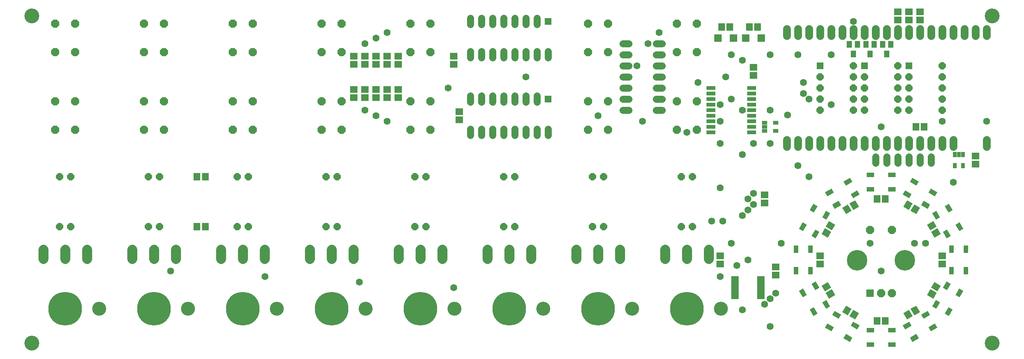
<source format=gbr>
G04 EAGLE Gerber RS-274X export*
G75*
%MOMM*%
%FSLAX34Y34*%
%LPD*%
%INSoldermask Top*%
%IPPOS*%
%AMOC8*
5,1,8,0,0,1.08239X$1,22.5*%
G01*
%ADD10C,3.403200*%
%ADD11R,1.503200X1.703200*%
%ADD12R,1.703200X1.703200*%
%ADD13P,1.759533X8X22.500000*%
%ADD14P,1.759533X8X202.500000*%
%ADD15R,1.625600X1.625600*%
%ADD16R,1.703200X1.503200*%
%ADD17C,2.303200*%
%ADD18C,7.703200*%
%ADD19C,3.203200*%
%ADD20P,1.979475X8X292.500000*%
%ADD21P,1.979475X8X112.500000*%
%ADD22R,1.812800X1.812800*%
%ADD23P,1.962157X8X22.500000*%
%ADD24C,4.703200*%
%ADD25R,1.203200X1.603200*%
%ADD26C,1.625600*%
%ADD27R,0.893200X1.193200*%
%ADD28R,2.053200X0.853200*%
%ADD29R,1.678200X0.653200*%
%ADD30C,1.812800*%
%ADD31R,1.193200X0.893200*%
%ADD32R,1.103200X1.703200*%
%ADD33R,1.703200X1.103200*%
%ADD34C,1.603200*%


D10*
X38100Y38100D03*
X38100Y787400D03*
X2235200Y787400D03*
X2235200Y38100D03*
D11*
X434950Y419100D03*
X415950Y419100D03*
X434950Y304800D03*
X415950Y304800D03*
D12*
X1643100Y736600D03*
X1608100Y736600D03*
D13*
X101600Y304800D03*
X127000Y304800D03*
X304800Y304800D03*
X330200Y304800D03*
X508000Y304800D03*
X533400Y304800D03*
X711200Y304800D03*
X736600Y304800D03*
X914400Y304800D03*
X939800Y304800D03*
X1117600Y304800D03*
X1143000Y304800D03*
X1320800Y304800D03*
X1346200Y304800D03*
X1524000Y304800D03*
X1549400Y304800D03*
X101600Y419100D03*
X127000Y419100D03*
X304800Y419100D03*
X330200Y419100D03*
X508000Y419100D03*
X533400Y419100D03*
X711200Y419100D03*
X736600Y419100D03*
X914400Y419100D03*
X939800Y419100D03*
X1117600Y419100D03*
X1143000Y419100D03*
X1320800Y419100D03*
X1346200Y419100D03*
D14*
X1549400Y419100D03*
X1524000Y419100D03*
D15*
X2044700Y673100D03*
D13*
X2044700Y647700D03*
X2044700Y622300D03*
X2044700Y596900D03*
X2044700Y571500D03*
X2120900Y571500D03*
X2120900Y596900D03*
X2120900Y622300D03*
X2120900Y647700D03*
X2120900Y673100D03*
D15*
X1943100Y673100D03*
D13*
X1943100Y647700D03*
X1943100Y622300D03*
X1943100Y596900D03*
X1943100Y571500D03*
X2019300Y571500D03*
X2019300Y596900D03*
X2019300Y622300D03*
X2019300Y647700D03*
X2019300Y673100D03*
D15*
X1841500Y673100D03*
D13*
X1841500Y647700D03*
X1841500Y622300D03*
X1841500Y596900D03*
X1841500Y571500D03*
X1917700Y571500D03*
X1917700Y596900D03*
X1917700Y622300D03*
X1917700Y647700D03*
X1917700Y673100D03*
D16*
X2070100Y777900D03*
X2070100Y796900D03*
D17*
X164300Y251800D02*
X164300Y230800D01*
X114300Y230800D02*
X114300Y251800D01*
X64300Y251800D02*
X64300Y230800D01*
D18*
X114300Y116300D03*
D19*
X192300Y116300D03*
D16*
X2044700Y777900D03*
X2044700Y796900D03*
X2019300Y777900D03*
X2019300Y796900D03*
D11*
X1616100Y762000D03*
X1635100Y762000D03*
D20*
X136906Y769112D03*
X136906Y704088D03*
X91694Y769112D03*
X91694Y704088D03*
X949706Y591312D03*
X949706Y526288D03*
X904494Y591312D03*
X904494Y526288D03*
X1356106Y769112D03*
X1356106Y704088D03*
X1310894Y769112D03*
X1310894Y704088D03*
D21*
X1514094Y526288D03*
X1514094Y591312D03*
X1559306Y526288D03*
X1559306Y591312D03*
X1514094Y704088D03*
X1514094Y769112D03*
X1559306Y704088D03*
X1559306Y769112D03*
X1310894Y526288D03*
X1310894Y591312D03*
X1356106Y526288D03*
X1356106Y591312D03*
D22*
X1955800Y152400D03*
D23*
X2005800Y152400D03*
X1980800Y152400D03*
X1955800Y297400D03*
X2005800Y297400D03*
D24*
X1925800Y227400D03*
X2035800Y227400D03*
D20*
X340106Y769112D03*
X340106Y704088D03*
X294894Y769112D03*
X294894Y704088D03*
X543306Y769112D03*
X543306Y704088D03*
X498094Y769112D03*
X498094Y704088D03*
X746506Y769112D03*
X746506Y704088D03*
X701294Y769112D03*
X701294Y704088D03*
X949706Y769112D03*
X949706Y704088D03*
X904494Y769112D03*
X904494Y704088D03*
X136906Y591312D03*
X136906Y526288D03*
X91694Y591312D03*
X91694Y526288D03*
X340106Y591312D03*
X340106Y526288D03*
X294894Y591312D03*
X294894Y526288D03*
X543306Y591312D03*
X543306Y526288D03*
X498094Y591312D03*
X498094Y526288D03*
X746506Y591312D03*
X746506Y526288D03*
X701294Y591312D03*
X701294Y526288D03*
D25*
X2003400Y722200D03*
X1984400Y722200D03*
X1993900Y700200D03*
X1965300Y722200D03*
X1946300Y722200D03*
X1955800Y700200D03*
X1927200Y722200D03*
X1908200Y722200D03*
X1917700Y700200D03*
D26*
X2095500Y464312D02*
X2095500Y450088D01*
X2070100Y450088D02*
X2070100Y464312D01*
X2044700Y464312D02*
X2044700Y450088D01*
X2019300Y450088D02*
X2019300Y464312D01*
X1993900Y464312D02*
X1993900Y450088D01*
X1968500Y450088D02*
X1968500Y464312D01*
D17*
X367500Y251800D02*
X367500Y230800D01*
X317500Y230800D02*
X317500Y251800D01*
X267500Y251800D02*
X267500Y230800D01*
D18*
X317500Y116300D03*
D19*
X395500Y116300D03*
D17*
X570700Y230800D02*
X570700Y251800D01*
X520700Y251800D02*
X520700Y230800D01*
X470700Y230800D02*
X470700Y251800D01*
D18*
X520700Y116300D03*
D19*
X598700Y116300D03*
D17*
X773900Y230800D02*
X773900Y251800D01*
X723900Y251800D02*
X723900Y230800D01*
X673900Y230800D02*
X673900Y251800D01*
D18*
X723900Y116300D03*
D19*
X801900Y116300D03*
D17*
X977100Y230800D02*
X977100Y251800D01*
X927100Y251800D02*
X927100Y230800D01*
X877100Y230800D02*
X877100Y251800D01*
D18*
X927100Y116300D03*
D19*
X1005100Y116300D03*
D17*
X1180300Y230800D02*
X1180300Y251800D01*
X1130300Y251800D02*
X1130300Y230800D01*
X1080300Y230800D02*
X1080300Y251800D01*
D18*
X1130300Y116300D03*
D19*
X1208300Y116300D03*
D17*
X1383500Y230800D02*
X1383500Y251800D01*
X1333500Y251800D02*
X1333500Y230800D01*
X1283500Y230800D02*
X1283500Y251800D01*
D18*
X1333500Y116300D03*
D19*
X1411500Y116300D03*
D17*
X1586700Y230800D02*
X1586700Y251800D01*
X1536700Y251800D02*
X1536700Y230800D01*
X1486700Y230800D02*
X1486700Y251800D01*
D18*
X1536700Y116300D03*
D19*
X1614700Y116300D03*
D27*
X2168500Y470100D03*
X2159000Y470100D03*
X2149500Y470100D03*
X2149500Y444200D03*
X2168500Y444200D03*
D28*
X1685050Y520700D03*
X1685050Y533400D03*
X1685050Y546100D03*
X1685050Y558800D03*
X1685050Y571500D03*
X1685050Y584200D03*
X1685050Y596900D03*
X1685050Y609600D03*
X1685050Y622300D03*
X1591550Y622300D03*
X1591550Y609600D03*
X1591550Y596900D03*
X1591550Y584200D03*
X1591550Y571500D03*
X1591550Y558800D03*
X1591550Y546100D03*
X1591550Y533400D03*
X1591550Y520700D03*
D16*
X1689100Y669900D03*
X1689100Y650900D03*
D12*
X1671600Y736600D03*
X1706600Y736600D03*
D11*
X1698600Y762000D03*
X1679600Y762000D03*
D29*
X1647020Y187850D03*
X1647020Y181350D03*
X1647020Y174850D03*
X1647020Y168350D03*
X1647020Y161850D03*
X1647020Y155350D03*
X1647020Y148850D03*
X1647020Y142350D03*
X1705780Y142350D03*
X1705780Y148850D03*
X1705780Y155350D03*
X1705780Y161850D03*
X1705780Y168350D03*
X1705780Y174850D03*
X1705780Y181350D03*
X1705780Y187850D03*
D16*
X1739900Y193700D03*
X1739900Y212700D03*
X1612900Y238100D03*
X1612900Y219100D03*
X2197100Y447700D03*
X2197100Y466700D03*
D30*
X1765300Y741252D02*
X1765300Y757348D01*
X1790700Y757348D02*
X1790700Y741252D01*
X1816100Y741252D02*
X1816100Y757348D01*
X1841500Y757348D02*
X1841500Y741252D01*
X1866900Y741252D02*
X1866900Y757348D01*
X1892300Y757348D02*
X1892300Y741252D01*
X1917700Y741252D02*
X1917700Y757348D01*
X1943100Y757348D02*
X1943100Y741252D01*
X1968500Y741252D02*
X1968500Y757348D01*
X1993900Y757348D02*
X1993900Y741252D01*
X2019300Y741252D02*
X2019300Y757348D01*
X2044700Y757348D02*
X2044700Y741252D01*
X2070100Y741252D02*
X2070100Y757348D01*
X2095500Y757348D02*
X2095500Y741252D01*
X2120900Y741252D02*
X2120900Y757348D01*
X2146300Y757348D02*
X2146300Y741252D01*
X2171700Y741252D02*
X2171700Y757348D01*
X2197100Y757348D02*
X2197100Y741252D01*
X2222500Y741252D02*
X2222500Y757348D01*
X1765300Y503348D02*
X1765300Y487252D01*
X1790700Y487252D02*
X1790700Y503348D01*
X1816100Y503348D02*
X1816100Y487252D01*
X1841500Y487252D02*
X1841500Y503348D01*
X1866900Y503348D02*
X1866900Y487252D01*
X1892300Y487252D02*
X1892300Y503348D01*
X1917700Y503348D02*
X1917700Y487252D01*
X1943100Y487252D02*
X1943100Y503348D01*
X1968500Y503348D02*
X1968500Y487252D01*
X1993900Y487252D02*
X1993900Y503348D01*
X2019300Y503348D02*
X2019300Y487252D01*
X2044700Y487252D02*
X2044700Y503348D01*
X2070100Y503348D02*
X2070100Y487252D01*
X2095500Y487252D02*
X2095500Y503348D01*
X2120900Y503348D02*
X2120900Y487252D01*
X2146300Y487252D02*
X2146300Y503348D01*
X2222500Y503348D02*
X2222500Y487252D01*
D31*
X1714300Y542900D03*
X1714300Y533400D03*
X1714300Y523900D03*
X1740200Y523900D03*
X1740200Y542900D03*
D11*
X2079600Y533400D03*
X2060600Y533400D03*
D16*
X1714500Y358800D03*
X1714500Y377800D03*
D32*
X2142500Y204100D03*
X2175500Y204100D03*
X2175500Y253100D03*
X2142500Y253100D03*
D33*
G36*
X2116095Y131349D02*
X2107579Y116599D01*
X2098027Y122115D01*
X2106543Y136865D01*
X2116095Y131349D01*
G37*
G36*
X2144673Y114849D02*
X2136157Y100099D01*
X2126605Y105615D01*
X2135121Y120365D01*
X2144673Y114849D01*
G37*
G36*
X2169173Y157285D02*
X2160657Y142535D01*
X2151105Y148051D01*
X2159621Y162801D01*
X2169173Y157285D01*
G37*
G36*
X2140595Y173785D02*
X2132079Y159035D01*
X2122527Y164551D01*
X2131043Y179301D01*
X2140595Y173785D01*
G37*
G36*
X2050765Y77721D02*
X2036015Y69205D01*
X2030499Y78757D01*
X2045249Y87273D01*
X2050765Y77721D01*
G37*
G36*
X2067265Y49143D02*
X2052515Y40627D01*
X2046999Y50179D01*
X2061749Y58695D01*
X2067265Y49143D01*
G37*
G36*
X2109701Y73643D02*
X2094951Y65127D01*
X2089435Y74679D01*
X2104185Y83195D01*
X2109701Y73643D01*
G37*
G36*
X2093201Y102221D02*
X2078451Y93705D01*
X2072935Y103257D01*
X2087685Y111773D01*
X2093201Y102221D01*
G37*
X1956700Y67300D03*
X1956700Y34300D03*
X2005700Y34300D03*
X2005700Y67300D03*
G36*
X1883949Y93705D02*
X1869199Y102221D01*
X1874715Y111773D01*
X1889465Y103257D01*
X1883949Y93705D01*
G37*
G36*
X1867449Y65127D02*
X1852699Y73643D01*
X1858215Y83195D01*
X1872965Y74679D01*
X1867449Y65127D01*
G37*
G36*
X1909885Y40627D02*
X1895135Y49143D01*
X1900651Y58695D01*
X1915401Y50179D01*
X1909885Y40627D01*
G37*
G36*
X1926385Y69205D02*
X1911635Y77721D01*
X1917151Y87273D01*
X1931901Y78757D01*
X1926385Y69205D01*
G37*
G36*
X1830321Y159035D02*
X1821805Y173785D01*
X1831357Y179301D01*
X1839873Y164551D01*
X1830321Y159035D01*
G37*
G36*
X1801743Y142535D02*
X1793227Y157285D01*
X1802779Y162801D01*
X1811295Y148051D01*
X1801743Y142535D01*
G37*
G36*
X1826243Y100099D02*
X1817727Y114849D01*
X1827279Y120365D01*
X1835795Y105615D01*
X1826243Y100099D01*
G37*
G36*
X1854821Y116599D02*
X1846305Y131349D01*
X1855857Y136865D01*
X1864373Y122115D01*
X1854821Y116599D01*
G37*
D32*
X1819900Y253100D03*
X1786900Y253100D03*
X1786900Y204100D03*
X1819900Y204100D03*
D33*
G36*
X1846305Y325851D02*
X1854821Y340601D01*
X1864373Y335085D01*
X1855857Y320335D01*
X1846305Y325851D01*
G37*
G36*
X1817727Y342351D02*
X1826243Y357101D01*
X1835795Y351585D01*
X1827279Y336835D01*
X1817727Y342351D01*
G37*
G36*
X1793227Y299915D02*
X1801743Y314665D01*
X1811295Y309149D01*
X1802779Y294399D01*
X1793227Y299915D01*
G37*
G36*
X1821805Y283415D02*
X1830321Y298165D01*
X1839873Y292649D01*
X1831357Y277899D01*
X1821805Y283415D01*
G37*
G36*
X1911635Y379479D02*
X1926385Y387995D01*
X1931901Y378443D01*
X1917151Y369927D01*
X1911635Y379479D01*
G37*
G36*
X1895135Y408057D02*
X1909885Y416573D01*
X1915401Y407021D01*
X1900651Y398505D01*
X1895135Y408057D01*
G37*
G36*
X1852699Y383557D02*
X1867449Y392073D01*
X1872965Y382521D01*
X1858215Y374005D01*
X1852699Y383557D01*
G37*
G36*
X1869199Y354979D02*
X1883949Y363495D01*
X1889465Y353943D01*
X1874715Y345427D01*
X1869199Y354979D01*
G37*
X2005700Y389900D03*
X2005700Y422900D03*
X1956700Y422900D03*
X1956700Y389900D03*
G36*
X2078451Y363495D02*
X2093201Y354979D01*
X2087685Y345427D01*
X2072935Y353943D01*
X2078451Y363495D01*
G37*
G36*
X2094951Y392073D02*
X2109701Y383557D01*
X2104185Y374005D01*
X2089435Y382521D01*
X2094951Y392073D01*
G37*
G36*
X2052515Y416573D02*
X2067265Y408057D01*
X2061749Y398505D01*
X2046999Y407021D01*
X2052515Y416573D01*
G37*
G36*
X2036015Y387995D02*
X2050765Y379479D01*
X2045249Y369927D01*
X2030499Y378443D01*
X2036015Y387995D01*
G37*
G36*
X2132079Y298165D02*
X2140595Y283415D01*
X2131043Y277899D01*
X2122527Y292649D01*
X2132079Y298165D01*
G37*
G36*
X2160657Y314665D02*
X2169173Y299915D01*
X2159621Y294399D01*
X2151105Y309149D01*
X2160657Y314665D01*
G37*
G36*
X2136157Y357101D02*
X2144673Y342351D01*
X2135121Y336835D01*
X2126605Y351585D01*
X2136157Y357101D01*
G37*
G36*
X2107579Y340601D02*
X2116095Y325851D01*
X2106543Y320335D01*
X2098027Y335085D01*
X2107579Y340601D01*
G37*
D11*
G36*
X1908810Y357617D02*
X1921828Y365133D01*
X1930344Y350383D01*
X1917326Y342867D01*
X1908810Y357617D01*
G37*
G36*
X1892356Y348117D02*
X1905374Y355633D01*
X1913890Y340883D01*
X1900872Y333367D01*
X1892356Y348117D01*
G37*
X1990700Y368300D03*
X1971700Y368300D03*
G36*
X2057026Y355633D02*
X2070044Y348117D01*
X2061528Y333367D01*
X2048510Y340883D01*
X2057026Y355633D01*
G37*
G36*
X2040572Y365133D02*
X2053590Y357617D01*
X2045074Y342867D01*
X2032056Y350383D01*
X2040572Y365133D01*
G37*
G36*
X2110217Y300990D02*
X2117733Y287972D01*
X2102983Y279456D01*
X2095467Y292474D01*
X2110217Y300990D01*
G37*
G36*
X2100717Y317444D02*
X2108233Y304426D01*
X2093483Y295910D01*
X2085967Y308928D01*
X2100717Y317444D01*
G37*
G36*
X1905374Y101567D02*
X1892356Y109083D01*
X1900872Y123833D01*
X1913890Y116317D01*
X1905374Y101567D01*
G37*
G36*
X1921828Y92067D02*
X1908810Y99583D01*
X1917326Y114333D01*
X1930344Y106817D01*
X1921828Y92067D01*
G37*
G36*
X1852183Y156210D02*
X1844667Y169228D01*
X1859417Y177744D01*
X1866933Y164726D01*
X1852183Y156210D01*
G37*
G36*
X1861683Y139756D02*
X1854167Y152774D01*
X1868917Y161290D01*
X1876433Y148272D01*
X1861683Y139756D01*
G37*
D16*
X1841500Y238100D03*
X1841500Y219100D03*
D11*
G36*
X1854167Y304426D02*
X1861683Y317444D01*
X1876433Y308928D01*
X1868917Y295910D01*
X1854167Y304426D01*
G37*
G36*
X1844667Y287972D02*
X1852183Y300990D01*
X1866933Y292474D01*
X1859417Y279456D01*
X1844667Y287972D01*
G37*
D16*
X2120900Y219100D03*
X2120900Y238100D03*
D11*
G36*
X2108233Y152774D02*
X2100717Y139756D01*
X2085967Y148272D01*
X2093483Y161290D01*
X2108233Y152774D01*
G37*
G36*
X2117733Y169228D02*
X2110217Y156210D01*
X2095467Y164726D01*
X2102983Y177744D01*
X2117733Y169228D01*
G37*
G36*
X2053590Y99583D02*
X2040572Y92067D01*
X2032056Y106817D01*
X2045074Y114333D01*
X2053590Y99583D01*
G37*
G36*
X2070044Y109083D02*
X2057026Y101567D01*
X2048510Y116317D01*
X2061528Y123833D01*
X2070044Y109083D01*
G37*
X1971700Y88900D03*
X1990700Y88900D03*
D15*
X1219200Y596900D03*
D26*
X1193800Y604012D02*
X1193800Y589788D01*
X1066800Y589788D02*
X1066800Y604012D01*
X1041400Y604012D02*
X1041400Y589788D01*
X1168400Y589788D02*
X1168400Y604012D01*
X1143000Y604012D02*
X1143000Y589788D01*
X1092200Y589788D02*
X1092200Y604012D01*
X1117600Y604012D02*
X1117600Y589788D01*
X1041400Y527812D02*
X1041400Y513588D01*
X1066800Y513588D02*
X1066800Y527812D01*
X1092200Y527812D02*
X1092200Y513588D01*
X1117600Y513588D02*
X1117600Y527812D01*
X1143000Y527812D02*
X1143000Y513588D01*
X1168400Y513588D02*
X1168400Y527812D01*
X1193800Y527812D02*
X1193800Y513588D01*
X1219200Y513588D02*
X1219200Y527812D01*
D15*
X1219200Y774700D03*
D26*
X1193800Y781812D02*
X1193800Y767588D01*
X1066800Y767588D02*
X1066800Y781812D01*
X1041400Y781812D02*
X1041400Y767588D01*
X1168400Y767588D02*
X1168400Y781812D01*
X1143000Y781812D02*
X1143000Y767588D01*
X1092200Y767588D02*
X1092200Y781812D01*
X1117600Y781812D02*
X1117600Y767588D01*
X1041400Y705612D02*
X1041400Y691388D01*
X1066800Y691388D02*
X1066800Y705612D01*
X1092200Y705612D02*
X1092200Y691388D01*
X1117600Y691388D02*
X1117600Y705612D01*
X1143000Y705612D02*
X1143000Y691388D01*
X1168400Y691388D02*
X1168400Y705612D01*
X1193800Y705612D02*
X1193800Y691388D01*
X1219200Y691388D02*
X1219200Y705612D01*
D16*
X1003300Y676300D03*
X1003300Y695300D03*
X1016000Y549300D03*
X1016000Y568300D03*
D26*
X1389888Y723900D02*
X1404112Y723900D01*
X1404112Y698500D02*
X1389888Y698500D01*
X1389888Y571500D02*
X1404112Y571500D01*
X1466088Y571500D02*
X1480312Y571500D01*
X1404112Y673100D02*
X1389888Y673100D01*
X1389888Y647700D02*
X1404112Y647700D01*
X1404112Y596900D02*
X1389888Y596900D01*
X1389888Y622300D02*
X1404112Y622300D01*
X1466088Y596900D02*
X1480312Y596900D01*
X1480312Y622300D02*
X1466088Y622300D01*
X1466088Y647700D02*
X1480312Y647700D01*
X1480312Y673100D02*
X1466088Y673100D01*
X1466088Y698500D02*
X1480312Y698500D01*
X1480312Y723900D02*
X1466088Y723900D01*
D16*
X850900Y695300D03*
X850900Y676300D03*
X825500Y695300D03*
X825500Y676300D03*
X800100Y695300D03*
X800100Y676300D03*
X774700Y695300D03*
X774700Y676300D03*
X876300Y695300D03*
X876300Y676300D03*
X800100Y600100D03*
X800100Y619100D03*
X825500Y600100D03*
X825500Y619100D03*
X850900Y600100D03*
X850900Y619100D03*
X774700Y600100D03*
X774700Y619100D03*
X876300Y600100D03*
X876300Y619100D03*
D34*
X355600Y203200D03*
X571500Y190500D03*
X787400Y177800D03*
X1003300Y165100D03*
X1714500Y127000D03*
X1727200Y139700D03*
X1739900Y152400D03*
X1663700Y469900D03*
X1612900Y584200D03*
X1816100Y419100D03*
X1689100Y495300D03*
X2082800Y266700D03*
X2146300Y406400D03*
X1790700Y444500D03*
X1612900Y495300D03*
X1866900Y698500D03*
X1727200Y495300D03*
X1638300Y596900D03*
X1638300Y698500D03*
X1752600Y266700D03*
X1638300Y266700D03*
X1981200Y203200D03*
X2222500Y546100D03*
X1790700Y698500D03*
X1727200Y698500D03*
X1917700Y774700D03*
X1562100Y635000D03*
X2120900Y546100D03*
X1473200Y749300D03*
X1625600Y647700D03*
X850900Y749300D03*
X800100Y571500D03*
X825500Y558800D03*
X850900Y546100D03*
X800100Y723900D03*
X1168400Y647700D03*
X990600Y622300D03*
X825500Y736600D03*
X1866900Y584200D03*
X1816100Y596900D03*
X1803400Y609600D03*
X1803400Y635000D03*
X1612900Y393700D03*
X1676400Y368300D03*
X1689100Y355600D03*
X1676400Y342900D03*
X1663700Y330200D03*
X1593850Y317500D03*
X1619250Y317500D03*
X1981200Y533400D03*
X1676400Y228600D03*
X1663700Y571500D03*
X1766773Y560273D03*
X1612900Y546100D03*
X1663700Y685800D03*
X1651000Y215900D03*
X1955800Y266700D03*
X2057400Y266700D03*
X1612900Y190500D03*
X1663700Y114300D03*
X1422400Y673100D03*
X1333500Y558800D03*
X1536700Y520700D03*
X1435100Y546100D03*
X1727200Y76200D03*
X1447800Y723900D03*
X1727200Y571500D03*
X1689100Y381000D03*
M02*

</source>
